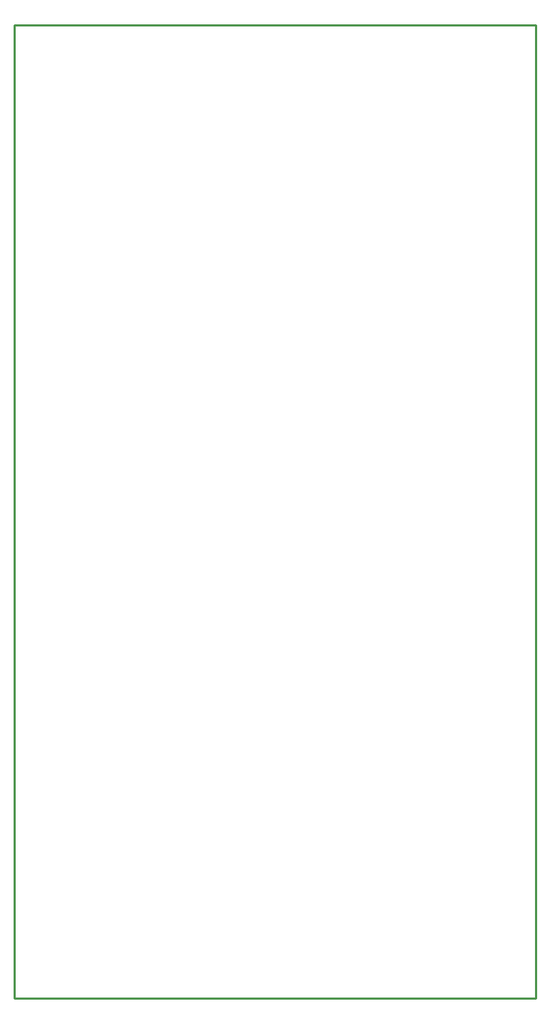
<source format=gko>
G04*
G04 #@! TF.GenerationSoftware,Altium Limited,Altium Designer,18.1.9 (240)*
G04*
G04 Layer_Color=16711935*
%FSLAX25Y25*%
%MOIN*%
G70*
G01*
G75*
%ADD10C,0.01000*%
D10*
Y453500D01*
X243500D01*
Y100D02*
Y453500D01*
X243400Y0D02*
X243500Y100D01*
X0Y0D02*
X243400D01*
M02*

</source>
